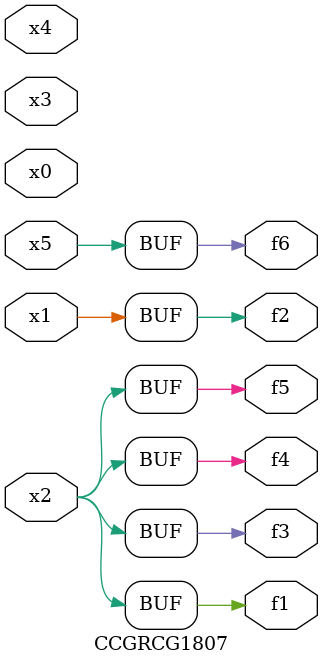
<source format=v>
module CCGRCG1807(
	input x0, x1, x2, x3, x4, x5,
	output f1, f2, f3, f4, f5, f6
);
	assign f1 = x2;
	assign f2 = x1;
	assign f3 = x2;
	assign f4 = x2;
	assign f5 = x2;
	assign f6 = x5;
endmodule

</source>
